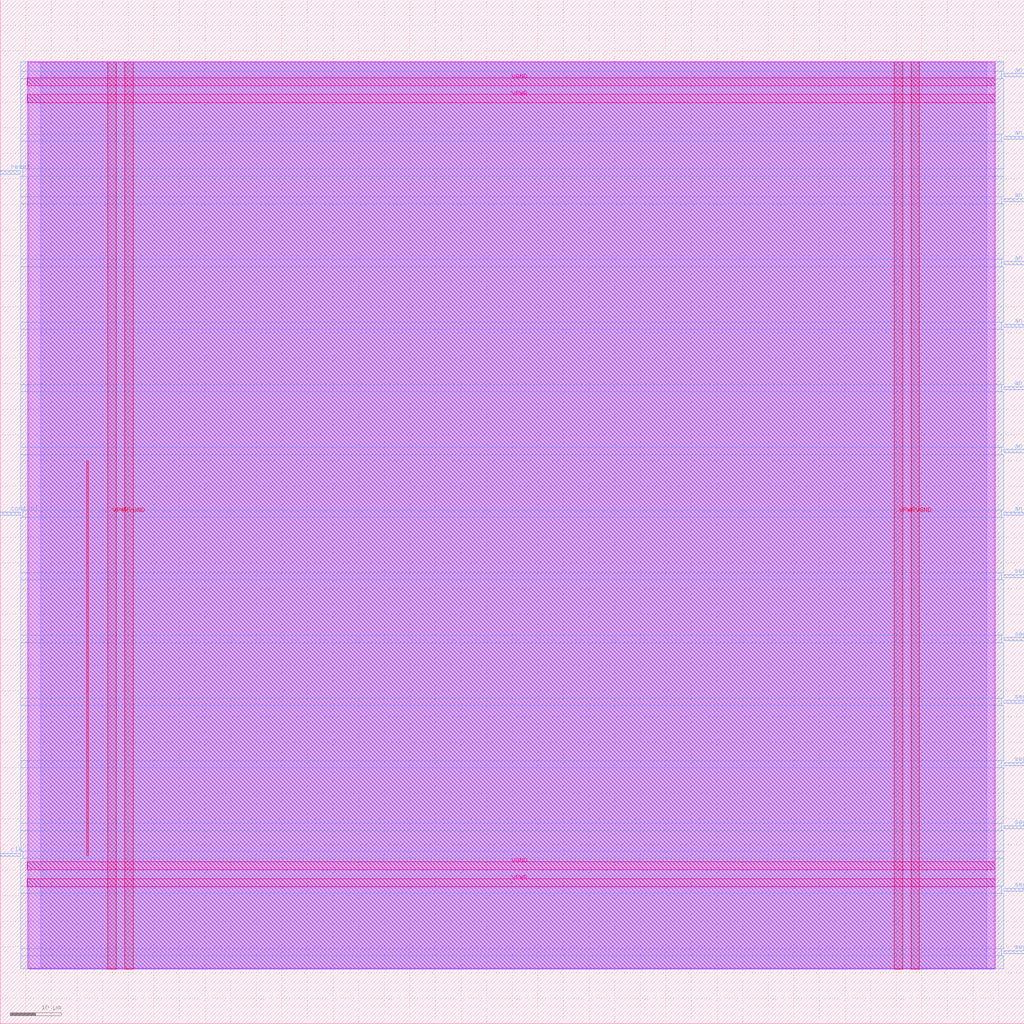
<source format=lef>
VERSION 5.7 ;
  NOWIREEXTENSIONATPIN ON ;
  DIVIDERCHAR "/" ;
  BUSBITCHARS "[]" ;
MACRO semi_cpu_top
  CLASS BLOCK ;
  FOREIGN semi_cpu_top ;
  ORIGIN 0.000 0.000 ;
  SIZE 200.000 BY 200.000 ;
  PIN VGND
    DIRECTION INOUT ;
    USE GROUND ;
    PORT
      LAYER met4 ;
        RECT 24.340 10.640 25.940 187.920 ;
    END
    PORT
      LAYER met4 ;
        RECT 177.940 10.640 179.540 187.920 ;
    END
    PORT
      LAYER met5 ;
        RECT 5.280 30.030 194.360 31.630 ;
    END
    PORT
      LAYER met5 ;
        RECT 5.280 183.210 194.360 184.810 ;
    END
  END VGND
  PIN VPWR
    DIRECTION INOUT ;
    USE POWER ;
    PORT
      LAYER met4 ;
        RECT 21.040 10.640 22.640 187.920 ;
    END
    PORT
      LAYER met4 ;
        RECT 174.640 10.640 176.240 187.920 ;
    END
    PORT
      LAYER met5 ;
        RECT 5.280 26.730 194.360 28.330 ;
    END
    PORT
      LAYER met5 ;
        RECT 5.280 179.910 194.360 181.510 ;
    END
  END VPWR
  PIN an[0]
    DIRECTION OUTPUT ;
    USE SIGNAL ;
    ANTENNADIFFAREA 0.340600 ;
    PORT
      LAYER met3 ;
        RECT 196.000 185.000 200.000 185.600 ;
    END
  END an[0]
  PIN an[1]
    DIRECTION OUTPUT ;
    USE SIGNAL ;
    ANTENNADIFFAREA 0.340600 ;
    PORT
      LAYER met3 ;
        RECT 196.000 172.760 200.000 173.360 ;
    END
  END an[1]
  PIN an[2]
    DIRECTION OUTPUT ;
    USE SIGNAL ;
    ANTENNADIFFAREA 0.340600 ;
    PORT
      LAYER met3 ;
        RECT 196.000 160.520 200.000 161.120 ;
    END
  END an[2]
  PIN an[3]
    DIRECTION OUTPUT ;
    USE SIGNAL ;
    ANTENNADIFFAREA 0.340600 ;
    PORT
      LAYER met3 ;
        RECT 196.000 148.280 200.000 148.880 ;
    END
  END an[3]
  PIN an[4]
    DIRECTION OUTPUT ;
    USE SIGNAL ;
    ANTENNADIFFAREA 0.340600 ;
    PORT
      LAYER met3 ;
        RECT 196.000 136.040 200.000 136.640 ;
    END
  END an[4]
  PIN an[5]
    DIRECTION OUTPUT ;
    USE SIGNAL ;
    ANTENNADIFFAREA 0.340600 ;
    PORT
      LAYER met3 ;
        RECT 196.000 123.800 200.000 124.400 ;
    END
  END an[5]
  PIN an[6]
    DIRECTION OUTPUT ;
    USE SIGNAL ;
    ANTENNADIFFAREA 0.340600 ;
    PORT
      LAYER met3 ;
        RECT 196.000 111.560 200.000 112.160 ;
    END
  END an[6]
  PIN an[7]
    DIRECTION OUTPUT ;
    USE SIGNAL ;
    ANTENNADIFFAREA 0.340600 ;
    PORT
      LAYER met3 ;
        RECT 196.000 99.320 200.000 99.920 ;
    END
  END an[7]
  PIN clk
    DIRECTION INPUT ;
    USE SIGNAL ;
    ANTENNAGATEAREA 0.852000 ;
    PORT
      LAYER met3 ;
        RECT 0.000 32.680 4.000 33.280 ;
    END
  END clk
  PIN control
    DIRECTION INPUT ;
    USE SIGNAL ;
    PORT
      LAYER met3 ;
        RECT 0.000 99.320 4.000 99.920 ;
    END
  END control
  PIN reset
    DIRECTION INPUT ;
    USE SIGNAL ;
    PORT
      LAYER met3 ;
        RECT 0.000 165.960 4.000 166.560 ;
    END
  END reset
  PIN seg[0]
    DIRECTION OUTPUT ;
    USE SIGNAL ;
    PORT
      LAYER met3 ;
        RECT 196.000 87.080 200.000 87.680 ;
    END
  END seg[0]
  PIN seg[1]
    DIRECTION OUTPUT ;
    USE SIGNAL ;
    PORT
      LAYER met3 ;
        RECT 196.000 74.840 200.000 75.440 ;
    END
  END seg[1]
  PIN seg[2]
    DIRECTION OUTPUT ;
    USE SIGNAL ;
    PORT
      LAYER met3 ;
        RECT 196.000 62.600 200.000 63.200 ;
    END
  END seg[2]
  PIN seg[3]
    DIRECTION OUTPUT ;
    USE SIGNAL ;
    PORT
      LAYER met3 ;
        RECT 196.000 50.360 200.000 50.960 ;
    END
  END seg[3]
  PIN seg[4]
    DIRECTION OUTPUT ;
    USE SIGNAL ;
    PORT
      LAYER met3 ;
        RECT 196.000 38.120 200.000 38.720 ;
    END
  END seg[4]
  PIN seg[5]
    DIRECTION OUTPUT ;
    USE SIGNAL ;
    PORT
      LAYER met3 ;
        RECT 196.000 25.880 200.000 26.480 ;
    END
  END seg[5]
  PIN seg[6]
    DIRECTION OUTPUT ;
    USE SIGNAL ;
    PORT
      LAYER met3 ;
        RECT 196.000 13.640 200.000 14.240 ;
    END
  END seg[6]
  OBS
      LAYER nwell ;
        RECT 5.330 10.795 194.310 187.870 ;
      LAYER li1 ;
        RECT 5.520 10.795 194.120 187.765 ;
      LAYER met1 ;
        RECT 5.520 10.640 194.120 187.920 ;
      LAYER met2 ;
        RECT 7.920 10.695 192.650 187.865 ;
      LAYER met3 ;
        RECT 4.000 186.000 196.000 187.845 ;
        RECT 4.000 184.600 195.600 186.000 ;
        RECT 4.000 173.760 196.000 184.600 ;
        RECT 4.000 172.360 195.600 173.760 ;
        RECT 4.000 166.960 196.000 172.360 ;
        RECT 4.400 165.560 196.000 166.960 ;
        RECT 4.000 161.520 196.000 165.560 ;
        RECT 4.000 160.120 195.600 161.520 ;
        RECT 4.000 149.280 196.000 160.120 ;
        RECT 4.000 147.880 195.600 149.280 ;
        RECT 4.000 137.040 196.000 147.880 ;
        RECT 4.000 135.640 195.600 137.040 ;
        RECT 4.000 124.800 196.000 135.640 ;
        RECT 4.000 123.400 195.600 124.800 ;
        RECT 4.000 112.560 196.000 123.400 ;
        RECT 4.000 111.160 195.600 112.560 ;
        RECT 4.000 100.320 196.000 111.160 ;
        RECT 4.400 98.920 195.600 100.320 ;
        RECT 4.000 88.080 196.000 98.920 ;
        RECT 4.000 86.680 195.600 88.080 ;
        RECT 4.000 75.840 196.000 86.680 ;
        RECT 4.000 74.440 195.600 75.840 ;
        RECT 4.000 63.600 196.000 74.440 ;
        RECT 4.000 62.200 195.600 63.600 ;
        RECT 4.000 51.360 196.000 62.200 ;
        RECT 4.000 49.960 195.600 51.360 ;
        RECT 4.000 39.120 196.000 49.960 ;
        RECT 4.000 37.720 195.600 39.120 ;
        RECT 4.000 33.680 196.000 37.720 ;
        RECT 4.400 32.280 196.000 33.680 ;
        RECT 4.000 26.880 196.000 32.280 ;
        RECT 4.000 25.480 195.600 26.880 ;
        RECT 4.000 14.640 196.000 25.480 ;
        RECT 4.000 13.240 195.600 14.640 ;
        RECT 4.000 10.715 196.000 13.240 ;
      LAYER met4 ;
        RECT 16.855 32.815 17.185 109.985 ;
  END
END semi_cpu_top
END LIBRARY


</source>
